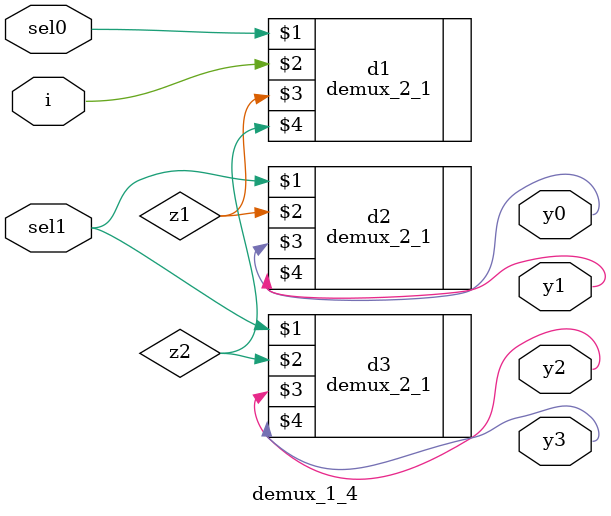
<source format=v>
module demux_1_2( 
  input sel,
  input i,
  output y0, y1
);
assign {y0,y1} = sel?{1'b0,i}: {i,1'b0};
endmodule
  
module demux_1_4( 
  input sel0, sel1,
  input i,
  output reg y0, y1, y2, y3);
wire z1,z2; 
demux_2_1 d1(sel0, i, z1, z2);
demux_2_1 d2(sel1, z1, y0, y1);
demux_2_1 d3(sel1, z2, y2, y3);
endmodule

</source>
